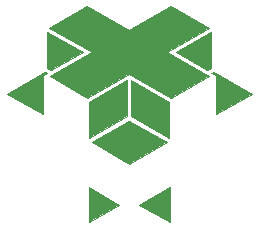
<source format=gts>
G04 #@! TF.GenerationSoftware,KiCad,Pcbnew,(5.1.5)-3*
G04 #@! TF.CreationDate,2020-04-13T21:35:05+08:00*
G04 #@! TF.ProjectId,pcb,7063622e-6b69-4636-9164-5f7063625858,rev?*
G04 #@! TF.SameCoordinates,Original*
G04 #@! TF.FileFunction,Soldermask,Top*
G04 #@! TF.FilePolarity,Negative*
%FSLAX46Y46*%
G04 Gerber Fmt 4.6, Leading zero omitted, Abs format (unit mm)*
G04 Created by KiCad (PCBNEW (5.1.5)-3) date 2020-04-13 21:35:05*
%MOMM*%
%LPD*%
G04 APERTURE LIST*
%ADD10C,0.100000*%
G04 APERTURE END LIST*
D10*
G36*
X183980000Y-94870000D02*
G01*
X181320000Y-96400000D01*
X180970000Y-96220000D01*
X180970000Y-93140000D01*
X183980000Y-94870000D01*
G37*
X183980000Y-94870000D02*
X181320000Y-96400000D01*
X180970000Y-96220000D01*
X180970000Y-93140000D01*
X183980000Y-94870000D01*
G36*
X191860000Y-94870000D02*
G01*
X194520000Y-96400000D01*
X194870000Y-96220000D01*
X194870000Y-93140000D01*
X191860000Y-94870000D01*
G37*
X191860000Y-94870000D02*
X194520000Y-96400000D01*
X194870000Y-96220000D01*
X194870000Y-93140000D01*
X191860000Y-94870000D01*
G36*
X187920000Y-93040000D02*
G01*
X191490000Y-90970000D01*
X194670000Y-92810000D01*
X191090000Y-94870000D01*
X194670000Y-96930000D01*
X191490000Y-98760000D01*
X187920000Y-96690000D01*
X184360000Y-98760000D01*
X181170000Y-96930000D01*
X184730000Y-94870000D01*
X181160000Y-92810000D01*
X184350000Y-90970000D01*
X187920000Y-93040000D01*
G37*
X187920000Y-93040000D02*
X191490000Y-90970000D01*
X194670000Y-92810000D01*
X191090000Y-94870000D01*
X194670000Y-96930000D01*
X191490000Y-98760000D01*
X187920000Y-96690000D01*
X184360000Y-98760000D01*
X181170000Y-96930000D01*
X184730000Y-94870000D01*
X181160000Y-92810000D01*
X184350000Y-90970000D01*
X187920000Y-93040000D01*
G36*
X177550000Y-98390000D02*
G01*
X180620000Y-100160000D01*
X180620000Y-96830000D01*
X180970000Y-96630000D01*
X180780000Y-96530000D01*
X177550000Y-98390000D01*
G37*
X177550000Y-98390000D02*
X180620000Y-100160000D01*
X180620000Y-96830000D01*
X180970000Y-96630000D01*
X180780000Y-96530000D01*
X177550000Y-98390000D01*
G36*
X198300000Y-98390000D02*
G01*
X195230000Y-100160000D01*
X195230000Y-96830000D01*
X194880000Y-96630000D01*
X195070000Y-96530000D01*
X198300000Y-98390000D01*
G37*
X198300000Y-98390000D02*
X195230000Y-100160000D01*
X195230000Y-96830000D01*
X194880000Y-96630000D01*
X195070000Y-96530000D01*
X198300000Y-98390000D01*
G36*
X187730000Y-100320000D02*
G01*
X184550000Y-102170000D01*
X184550000Y-99120000D01*
X187730000Y-97270000D01*
X187730000Y-100320000D01*
G37*
X187730000Y-100320000D02*
X184550000Y-102170000D01*
X184550000Y-99120000D01*
X187730000Y-97270000D01*
X187730000Y-100320000D01*
G36*
X188110000Y-100320000D02*
G01*
X191290000Y-102170000D01*
X191290000Y-99120000D01*
X188110000Y-97270000D01*
X188110000Y-100320000D01*
G37*
X188110000Y-100320000D02*
X191290000Y-102170000D01*
X191290000Y-99120000D01*
X188110000Y-97270000D01*
X188110000Y-100320000D01*
G36*
X191100000Y-102510000D02*
G01*
X187920000Y-104310000D01*
X184740000Y-102510000D01*
X187920000Y-100700000D01*
X191100000Y-102510000D01*
G37*
X191100000Y-102510000D02*
X187920000Y-104310000D01*
X184740000Y-102510000D01*
X187920000Y-100700000D01*
X191100000Y-102510000D01*
G36*
X188780000Y-107790000D02*
G01*
X191330000Y-109260000D01*
X191330000Y-106320000D01*
X188780000Y-107790000D01*
G37*
X188780000Y-107790000D02*
X191330000Y-109260000D01*
X191330000Y-106320000D01*
X188780000Y-107790000D01*
G36*
X187070000Y-107790000D02*
G01*
X184520000Y-109260000D01*
X184520000Y-106320000D01*
X187070000Y-107790000D01*
G37*
X187070000Y-107790000D02*
X184520000Y-109260000D01*
X184520000Y-106320000D01*
X187070000Y-107790000D01*
M02*

</source>
